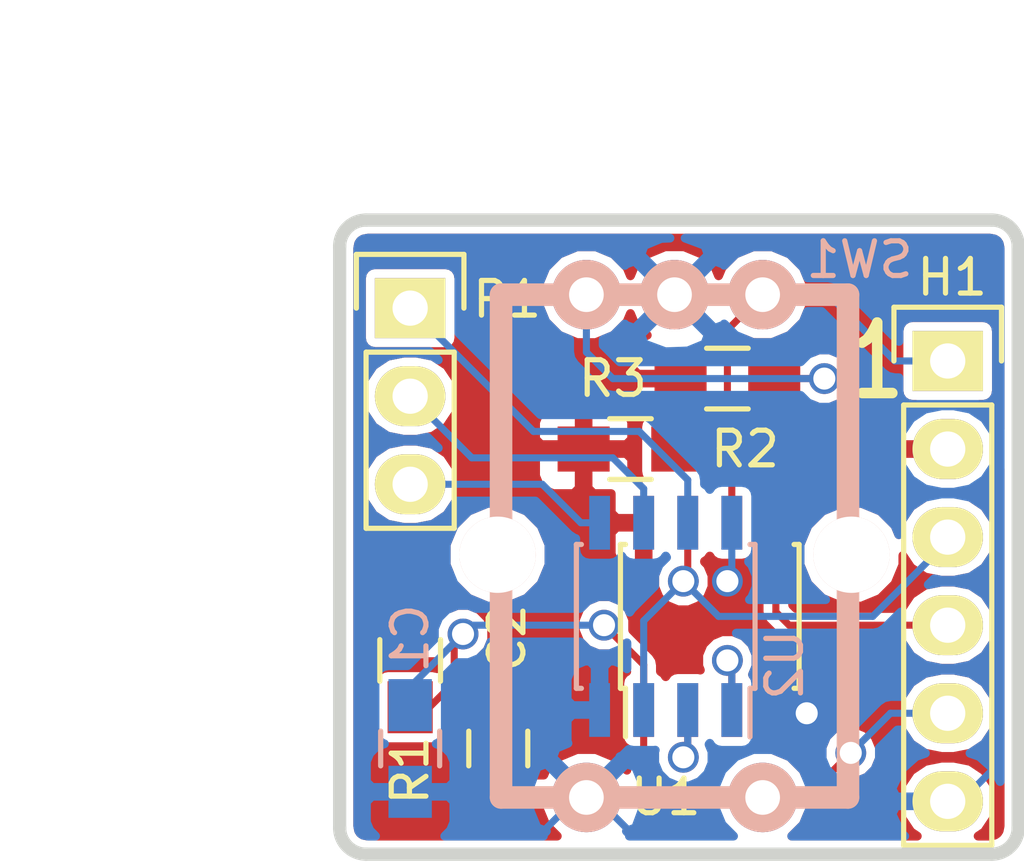
<source format=kicad_pcb>
(kicad_pcb (version 4) (host pcbnew 4.0.1-stable)

  (general
    (links 29)
    (no_connects 0)
    (area 31.713714 27.2288 63.328334 53.848428)
    (thickness 1.6002)
    (drawings 11)
    (tracks 93)
    (zones 0)
    (modules 10)
    (nets 12)
  )

  (page A)
  (title_block
    (date "28 mar 2015")
    (rev X1)
  )

  (layers
    (0 Front signal)
    (31 Back signal)
    (36 B.SilkS user hide)
    (37 F.SilkS user)
    (38 B.Mask user)
    (39 F.Mask user)
    (40 Dwgs.User user)
    (44 Edge.Cuts user)
  )

  (setup
    (last_trace_width 0.2032)
    (user_trace_width 0.254)
    (user_trace_width 0.635)
    (trace_clearance 0.254)
    (zone_clearance 0.2032)
    (zone_45_only no)
    (trace_min 0.2032)
    (segment_width 0.381)
    (edge_width 0.381)
    (via_size 0.889)
    (via_drill 0.635)
    (via_min_size 0.889)
    (via_min_drill 0.508)
    (uvia_size 0.508)
    (uvia_drill 0.127)
    (uvias_allowed no)
    (uvia_min_size 0.508)
    (uvia_min_drill 0.127)
    (pcb_text_width 0.3048)
    (pcb_text_size 1.524 2.032)
    (mod_edge_width 0.381)
    (mod_text_size 1.524 1.524)
    (mod_text_width 0.3048)
    (pad_size 6.35 6.35)
    (pad_drill 3.175)
    (pad_to_mask_clearance 0.1524)
    (aux_axis_origin 0 0)
    (visible_elements 7FFFFF7F)
    (pcbplotparams
      (layerselection 0x010f0_80000001)
      (usegerberextensions true)
      (excludeedgelayer true)
      (linewidth 0.150000)
      (plotframeref false)
      (viasonmask false)
      (mode 1)
      (useauxorigin false)
      (hpglpennumber 1)
      (hpglpenspeed 20)
      (hpglpendiameter 15)
      (hpglpenoverlay 0)
      (psnegative false)
      (psa4output false)
      (plotreference true)
      (plotvalue false)
      (plotinvisibletext false)
      (padsonsilk false)
      (subtractmaskfromsilk false)
      (outputformat 1)
      (mirror false)
      (drillshape 0)
      (scaleselection 1)
      (outputdirectory plots/))
  )

  (net 0 "")
  (net 1 /D0)
  (net 2 /D1)
  (net 3 /D2)
  (net 4 /RST*)
  (net 5 GND)
  (net 6 VCC)
  (net 7 /D3)
  (net 8 /D4)
  (net 9 "Net-(P1-Pad1)")
  (net 10 "Net-(P1-Pad2)")
  (net 11 "Net-(P1-Pad3)")

  (net_class Default "This is the default net class."
    (clearance 0.254)
    (trace_width 0.2032)
    (via_dia 0.889)
    (via_drill 0.635)
    (uvia_dia 0.508)
    (uvia_drill 0.127)
    (add_net /D0)
    (add_net /D1)
    (add_net /D2)
    (add_net /D3)
    (add_net /D4)
    (add_net /RST*)
    (add_net GND)
    (add_net "Net-(P1-Pad1)")
    (add_net "Net-(P1-Pad2)")
    (add_net "Net-(P1-Pad3)")
    (add_net VCC)
  )

  (net_class POWER ""
    (clearance 0.254)
    (trace_width 0.635)
    (via_dia 0.889)
    (via_drill 0.635)
    (uvia_dia 0.508)
    (uvia_drill 0.127)
  )

  (module Capacitors_SMD:C_0805_HandSoldering (layer Back) (tedit 56C0CF37) (tstamp 56BFE7FF)
    (at 42.672 48.26 270)
    (descr "Capacitor SMD 0805, hand soldering")
    (tags "capacitor 0805")
    (path /5030EFB9)
    (attr smd)
    (fp_text reference C1 (at -3.175 0 270) (layer B.SilkS)
      (effects (font (size 1 1) (thickness 0.15)) (justify mirror))
    )
    (fp_text value 0.1uF (at 3.188 0.046 270) (layer B.Fab) hide
      (effects (font (size 1 1) (thickness 0.15)) (justify mirror))
    )
    (fp_line (start -2.3 1) (end 2.3 1) (layer B.CrtYd) (width 0.05))
    (fp_line (start -2.3 -1) (end 2.3 -1) (layer B.CrtYd) (width 0.05))
    (fp_line (start -2.3 1) (end -2.3 -1) (layer B.CrtYd) (width 0.05))
    (fp_line (start 2.3 1) (end 2.3 -1) (layer B.CrtYd) (width 0.05))
    (fp_line (start 0.5 0.85) (end -0.5 0.85) (layer B.SilkS) (width 0.15))
    (fp_line (start -0.5 -0.85) (end 0.5 -0.85) (layer B.SilkS) (width 0.15))
    (pad 1 smd rect (at -1.25 0 270) (size 1.5 1.25) (layers Back B.Mask)
      (net 4 /RST*))
    (pad 2 smd rect (at 1.25 0 270) (size 1.5 1.25) (layers Back B.Mask)
      (net 5 GND))
    (model Capacitors_SMD.3dshapes/C_0805_HandSoldering.wrl
      (at (xyz 0 0 0))
      (scale (xyz 1 1 1))
      (rotate (xyz 0 0 0))
    )
  )

  (module Resistors_SMD:R_0805_HandSoldering (layer Front) (tedit 56C0CF0F) (tstamp 56BFE80A)
    (at 42.672 45.72 270)
    (descr "Resistor SMD 0805, hand soldering")
    (tags "resistor 0805")
    (path /5030EFB3)
    (attr smd)
    (fp_text reference R1 (at 3.175 0 270) (layer F.SilkS)
      (effects (font (size 1 1) (thickness 0.15)))
    )
    (fp_text value 10K (at 0 2.1 270) (layer F.Fab) hide
      (effects (font (size 1 1) (thickness 0.15)))
    )
    (fp_line (start -2.4 -1) (end 2.4 -1) (layer F.CrtYd) (width 0.05))
    (fp_line (start -2.4 1) (end 2.4 1) (layer F.CrtYd) (width 0.05))
    (fp_line (start -2.4 -1) (end -2.4 1) (layer F.CrtYd) (width 0.05))
    (fp_line (start 2.4 -1) (end 2.4 1) (layer F.CrtYd) (width 0.05))
    (fp_line (start 0.6 0.875) (end -0.6 0.875) (layer F.SilkS) (width 0.15))
    (fp_line (start -0.6 -0.875) (end 0.6 -0.875) (layer F.SilkS) (width 0.15))
    (pad 1 smd rect (at -1.35 0 270) (size 1.5 1.3) (layers Front F.Mask)
      (net 6 VCC))
    (pad 2 smd rect (at 1.35 0 270) (size 1.5 1.3) (layers Front F.Mask)
      (net 4 /RST*))
    (model Resistors_SMD.3dshapes/R_0805_HandSoldering.wrl
      (at (xyz 0 0 0))
      (scale (xyz 1 1 1))
      (rotate (xyz 0 0 0))
    )
  )

  (module Resistors_SMD:R_0805_HandSoldering (layer Front) (tedit 56BFD905) (tstamp 56BFE820)
    (at 49.022 39.624)
    (descr "Resistor SMD 0805, hand soldering")
    (tags "resistor 0805")
    (path /56BFD513)
    (attr smd)
    (fp_text reference R2 (at 3.302 0) (layer F.SilkS)
      (effects (font (size 1 1) (thickness 0.15)))
    )
    (fp_text value 10K (at 0 2.1) (layer F.Fab) hide
      (effects (font (size 1 1) (thickness 0.15)))
    )
    (fp_line (start -2.4 -1) (end 2.4 -1) (layer F.CrtYd) (width 0.05))
    (fp_line (start -2.4 1) (end 2.4 1) (layer F.CrtYd) (width 0.05))
    (fp_line (start -2.4 -1) (end -2.4 1) (layer F.CrtYd) (width 0.05))
    (fp_line (start 2.4 -1) (end 2.4 1) (layer F.CrtYd) (width 0.05))
    (fp_line (start 0.6 0.875) (end -0.6 0.875) (layer F.SilkS) (width 0.15))
    (fp_line (start -0.6 -0.875) (end 0.6 -0.875) (layer F.SilkS) (width 0.15))
    (pad 1 smd rect (at -1.35 0) (size 1.5 1.3) (layers Front F.Mask)
      (net 6 VCC))
    (pad 2 smd rect (at 1.35 0) (size 1.5 1.3) (layers Front F.Mask)
      (net 2 /D1))
    (model Resistors_SMD.3dshapes/R_0805_HandSoldering.wrl
      (at (xyz 0 0 0))
      (scale (xyz 1 1 1))
      (rotate (xyz 0 0 0))
    )
  )

  (module Resistors_SMD:R_0805_HandSoldering (layer Front) (tedit 56BFD932) (tstamp 56BFE82C)
    (at 51.816 37.592)
    (descr "Resistor SMD 0805, hand soldering")
    (tags "resistor 0805")
    (path /56BFD4B7)
    (attr smd)
    (fp_text reference R3 (at -3.302 0) (layer F.SilkS)
      (effects (font (size 1 1) (thickness 0.15)))
    )
    (fp_text value 10K (at 0 2.1) (layer F.Fab) hide
      (effects (font (size 1 1) (thickness 0.15)))
    )
    (fp_line (start -2.4 -1) (end 2.4 -1) (layer F.CrtYd) (width 0.05))
    (fp_line (start -2.4 1) (end 2.4 1) (layer F.CrtYd) (width 0.05))
    (fp_line (start -2.4 -1) (end -2.4 1) (layer F.CrtYd) (width 0.05))
    (fp_line (start 2.4 -1) (end 2.4 1) (layer F.CrtYd) (width 0.05))
    (fp_line (start 0.6 0.875) (end -0.6 0.875) (layer F.SilkS) (width 0.15))
    (fp_line (start -0.6 -0.875) (end 0.6 -0.875) (layer F.SilkS) (width 0.15))
    (pad 1 smd rect (at -1.35 0) (size 1.5 1.3) (layers Front F.Mask)
      (net 6 VCC))
    (pad 2 smd rect (at 1.35 0) (size 1.5 1.3) (layers Front F.Mask)
      (net 1 /D0))
    (model Resistors_SMD.3dshapes/R_0805_HandSoldering.wrl
      (at (xyz 0 0 0))
      (scale (xyz 1 1 1))
      (rotate (xyz 0 0 0))
    )
  )

  (module DougsNewMods:ROT-ENC-12MM (layer Back) (tedit 56C0CF5B) (tstamp 56BFE83B)
    (at 50.292 42.672)
    (path /56BFD041)
    (fp_text reference SW1 (at 5.334 -8.509) (layer B.SilkS)
      (effects (font (size 1 1) (thickness 0.15)) (justify mirror))
    )
    (fp_text value ROTARY-ENC (at 0 0.5) (layer B.SilkS) hide
      (effects (font (size 1 1) (thickness 0.15)) (justify mirror))
    )
    (fp_line (start -5 7) (end -5 -7.5) (layer B.SilkS) (width 0.65))
    (fp_line (start -5 -7.5) (end 5 -7.5) (layer B.SilkS) (width 0.65))
    (fp_line (start 5 -7.5) (end 5 7) (layer B.SilkS) (width 0.65))
    (fp_line (start -5 7) (end 5 7) (layer B.SilkS) (width 0.65))
    (pad A thru_hole circle (at -2.54 -7.5) (size 2 2) (drill 1) (layers *.Cu *.Mask B.SilkS)
      (net 1 /D0))
    (pad C thru_hole circle (at 0 -7.5) (size 2 2) (drill 1) (layers *.Cu *.Mask B.SilkS)
      (net 5 GND))
    (pad B thru_hole circle (at 2.54 -7.5) (size 2 2) (drill 1) (layers *.Cu *.Mask B.SilkS)
      (net 2 /D1))
    (pad S1 thru_hole circle (at 2.54 7) (size 2 2) (drill 1) (layers *.Cu *.Mask B.SilkS)
      (net 4 /RST*))
    (pad S2 thru_hole circle (at -2.54 7) (size 2 2) (drill 1) (layers *.Cu *.Mask B.SilkS)
      (net 5 GND))
    (pad "" np_thru_hole circle (at -5.1 0) (size 2.2 2.2) (drill 2.2) (layers *.Cu *.Mask B.SilkS))
    (pad "" np_thru_hole circle (at 5.1 0) (size 2.2 2.2) (drill 2.2) (layers *.Cu *.Mask B.SilkS))
  )

  (module Housings_SOIC:SOIC-8_3.9x4.9mm_Pitch1.27mm (layer Front) (tedit 56C0CE67) (tstamp 56BFE83C)
    (at 51.308 44.45 90)
    (descr "8-Lead Plastic Small Outline (SN) - Narrow, 3.90 mm Body [SOIC] (see Microchip Packaging Specification 00000049BS.pdf)")
    (tags "SOIC 1.27")
    (path /5030EBB2)
    (attr smd)
    (fp_text reference U1 (at -5.207 -1.27 180) (layer F.SilkS)
      (effects (font (size 1 1) (thickness 0.15)))
    )
    (fp_text value ATTINY85 (at 0 3.5 90) (layer F.Fab) hide
      (effects (font (size 1 1) (thickness 0.15)))
    )
    (fp_line (start -3.75 -2.75) (end -3.75 2.75) (layer F.CrtYd) (width 0.05))
    (fp_line (start 3.75 -2.75) (end 3.75 2.75) (layer F.CrtYd) (width 0.05))
    (fp_line (start -3.75 -2.75) (end 3.75 -2.75) (layer F.CrtYd) (width 0.05))
    (fp_line (start -3.75 2.75) (end 3.75 2.75) (layer F.CrtYd) (width 0.05))
    (fp_line (start -2.075 -2.575) (end -2.075 -2.43) (layer F.SilkS) (width 0.15))
    (fp_line (start 2.075 -2.575) (end 2.075 -2.43) (layer F.SilkS) (width 0.15))
    (fp_line (start 2.075 2.575) (end 2.075 2.43) (layer F.SilkS) (width 0.15))
    (fp_line (start -2.075 2.575) (end -2.075 2.43) (layer F.SilkS) (width 0.15))
    (fp_line (start -2.075 -2.575) (end 2.075 -2.575) (layer F.SilkS) (width 0.15))
    (fp_line (start -2.075 2.575) (end 2.075 2.575) (layer F.SilkS) (width 0.15))
    (fp_line (start -2.075 -2.43) (end -3.475 -2.43) (layer F.SilkS) (width 0.15))
    (pad 1 smd rect (at -2.7 -1.905 90) (size 1.55 0.6) (layers Front F.Mask)
      (net 4 /RST*))
    (pad 2 smd rect (at -2.7 -0.635 90) (size 1.55 0.6) (layers Front F.Mask)
      (net 7 /D3))
    (pad 3 smd rect (at -2.7 0.635 90) (size 1.55 0.6) (layers Front F.Mask)
      (net 8 /D4))
    (pad 4 smd rect (at -2.7 1.905 90) (size 1.55 0.6) (layers Front F.Mask)
      (net 5 GND))
    (pad 5 smd rect (at 2.7 1.905 90) (size 1.55 0.6) (layers Front F.Mask)
      (net 1 /D0))
    (pad 6 smd rect (at 2.7 0.635 90) (size 1.55 0.6) (layers Front F.Mask)
      (net 2 /D1))
    (pad 7 smd rect (at 2.7 -0.635 90) (size 1.55 0.6) (layers Front F.Mask)
      (net 3 /D2))
    (pad 8 smd rect (at 2.7 -1.905 90) (size 1.55 0.6) (layers Front F.Mask)
      (net 6 VCC))
    (model Housings_SOIC.3dshapes/SOIC-8_3.9x4.9mm_Pitch1.27mm.wrl
      (at (xyz 0 0 0))
      (scale (xyz 1 1 1))
      (rotate (xyz 0 0 0))
    )
  )

  (module Capacitors_SMD:C_0805_HandSoldering (layer Front) (tedit 56C0CE78) (tstamp 56BFF193)
    (at 45.212 48.26 270)
    (descr "Capacitor SMD 0805, hand soldering")
    (tags "capacitor 0805")
    (path /56BFE626)
    (attr smd)
    (fp_text reference C2 (at -3.175 -0.254 270) (layer F.SilkS)
      (effects (font (size 1 1) (thickness 0.15)))
    )
    (fp_text value 0.1uF (at 0 2.1 270) (layer F.Fab) hide
      (effects (font (size 1 1) (thickness 0.15)))
    )
    (fp_line (start -2.3 -1) (end 2.3 -1) (layer F.CrtYd) (width 0.05))
    (fp_line (start -2.3 1) (end 2.3 1) (layer F.CrtYd) (width 0.05))
    (fp_line (start -2.3 -1) (end -2.3 1) (layer F.CrtYd) (width 0.05))
    (fp_line (start 2.3 -1) (end 2.3 1) (layer F.CrtYd) (width 0.05))
    (fp_line (start 0.5 -0.85) (end -0.5 -0.85) (layer F.SilkS) (width 0.15))
    (fp_line (start -0.5 0.85) (end 0.5 0.85) (layer F.SilkS) (width 0.15))
    (pad 1 smd rect (at -1.25 0 270) (size 1.5 1.25) (layers Front F.Mask)
      (net 6 VCC))
    (pad 2 smd rect (at 1.25 0 270) (size 1.5 1.25) (layers Front F.Mask)
      (net 5 GND))
    (model Capacitors_SMD.3dshapes/C_0805_HandSoldering.wrl
      (at (xyz 0 0 0))
      (scale (xyz 1 1 1))
      (rotate (xyz 0 0 0))
    )
  )

  (module Pin_Headers:Pin_Header_Straight_1x06 (layer Front) (tedit 56C0CD76) (tstamp 56C0BD48)
    (at 58.166 37.084)
    (descr "Through hole pin header")
    (tags "pin header")
    (path /56C0C4CA)
    (fp_text reference H1 (at 0.127 -2.413) (layer F.SilkS)
      (effects (font (size 1 1) (thickness 0.15)))
    )
    (fp_text value CONN_02X03 (at 0 -3.1) (layer F.Fab) hide
      (effects (font (size 1 1) (thickness 0.15)))
    )
    (fp_line (start -1.75 -1.75) (end -1.75 14.45) (layer F.CrtYd) (width 0.05))
    (fp_line (start 1.75 -1.75) (end 1.75 14.45) (layer F.CrtYd) (width 0.05))
    (fp_line (start -1.75 -1.75) (end 1.75 -1.75) (layer F.CrtYd) (width 0.05))
    (fp_line (start -1.75 14.45) (end 1.75 14.45) (layer F.CrtYd) (width 0.05))
    (fp_line (start 1.27 1.27) (end 1.27 13.97) (layer F.SilkS) (width 0.15))
    (fp_line (start 1.27 13.97) (end -1.27 13.97) (layer F.SilkS) (width 0.15))
    (fp_line (start -1.27 13.97) (end -1.27 1.27) (layer F.SilkS) (width 0.15))
    (fp_line (start 1.55 -1.55) (end 1.55 0) (layer F.SilkS) (width 0.15))
    (fp_line (start 1.27 1.27) (end -1.27 1.27) (layer F.SilkS) (width 0.15))
    (fp_line (start -1.55 0) (end -1.55 -1.55) (layer F.SilkS) (width 0.15))
    (fp_line (start -1.55 -1.55) (end 1.55 -1.55) (layer F.SilkS) (width 0.15))
    (pad 1 thru_hole rect (at 0 0) (size 2.032 1.7272) (drill 1.016) (layers *.Cu *.Mask F.SilkS)
      (net 2 /D1))
    (pad 2 thru_hole oval (at 0 2.54) (size 2.032 1.7272) (drill 1.016) (layers *.Cu *.Mask F.SilkS)
      (net 6 VCC))
    (pad 3 thru_hole oval (at 0 5.08) (size 2.032 1.7272) (drill 1.016) (layers *.Cu *.Mask F.SilkS)
      (net 3 /D2))
    (pad 4 thru_hole oval (at 0 7.62) (size 2.032 1.7272) (drill 1.016) (layers *.Cu *.Mask F.SilkS)
      (net 1 /D0))
    (pad 5 thru_hole oval (at 0 10.16) (size 2.032 1.7272) (drill 1.016) (layers *.Cu *.Mask F.SilkS)
      (net 4 /RST*))
    (pad 6 thru_hole oval (at 0 12.7) (size 2.032 1.7272) (drill 1.016) (layers *.Cu *.Mask F.SilkS)
      (net 5 GND))
    (model Pin_Headers.3dshapes/Pin_Header_Straight_1x06.wrl
      (at (xyz 0 -0.25 0))
      (scale (xyz 1 1 1))
      (rotate (xyz 0 0 90))
    )
  )

  (module Pin_Headers:Pin_Header_Straight_1x03 (layer Front) (tedit 56C0CBDB) (tstamp 56C0BD6D)
    (at 42.672 35.56)
    (descr "Through hole pin header")
    (tags "pin header")
    (path /56C0C6C9)
    (fp_text reference P1 (at 2.794 -0.254) (layer F.SilkS)
      (effects (font (size 1 1) (thickness 0.15)))
    )
    (fp_text value CONN_01X03 (at 0 -3.1) (layer F.Fab) hide
      (effects (font (size 1 1) (thickness 0.15)))
    )
    (fp_line (start -1.75 -1.75) (end -1.75 6.85) (layer F.CrtYd) (width 0.05))
    (fp_line (start 1.75 -1.75) (end 1.75 6.85) (layer F.CrtYd) (width 0.05))
    (fp_line (start -1.75 -1.75) (end 1.75 -1.75) (layer F.CrtYd) (width 0.05))
    (fp_line (start -1.75 6.85) (end 1.75 6.85) (layer F.CrtYd) (width 0.05))
    (fp_line (start -1.27 1.27) (end -1.27 6.35) (layer F.SilkS) (width 0.15))
    (fp_line (start -1.27 6.35) (end 1.27 6.35) (layer F.SilkS) (width 0.15))
    (fp_line (start 1.27 6.35) (end 1.27 1.27) (layer F.SilkS) (width 0.15))
    (fp_line (start 1.55 -1.55) (end 1.55 0) (layer F.SilkS) (width 0.15))
    (fp_line (start 1.27 1.27) (end -1.27 1.27) (layer F.SilkS) (width 0.15))
    (fp_line (start -1.55 0) (end -1.55 -1.55) (layer F.SilkS) (width 0.15))
    (fp_line (start -1.55 -1.55) (end 1.55 -1.55) (layer F.SilkS) (width 0.15))
    (pad 1 thru_hole rect (at 0 0) (size 2.032 1.7272) (drill 1.016) (layers *.Cu *.Mask F.SilkS)
      (net 9 "Net-(P1-Pad1)"))
    (pad 2 thru_hole oval (at 0 2.54) (size 2.032 1.7272) (drill 1.016) (layers *.Cu *.Mask F.SilkS)
      (net 10 "Net-(P1-Pad2)"))
    (pad 3 thru_hole oval (at 0 5.08) (size 2.032 1.7272) (drill 1.016) (layers *.Cu *.Mask F.SilkS)
      (net 11 "Net-(P1-Pad3)"))
    (model Pin_Headers.3dshapes/Pin_Header_Straight_1x03.wrl
      (at (xyz 0 -0.1 0))
      (scale (xyz 1 1 1))
      (rotate (xyz 0 0 90))
    )
  )

  (module Housings_SOIC:SOIC-8_3.9x4.9mm_Pitch1.27mm (layer Back) (tedit 56C0CF4A) (tstamp 56C0BD84)
    (at 50.038 44.45 90)
    (descr "8-Lead Plastic Small Outline (SN) - Narrow, 3.90 mm Body [SOIC] (see Microchip Packaging Specification 00000049BS.pdf)")
    (tags "SOIC 1.27")
    (path /56C0BC2A)
    (attr smd)
    (fp_text reference U2 (at -1.397 3.429 90) (layer B.SilkS)
      (effects (font (size 1 1) (thickness 0.15)) (justify mirror))
    )
    (fp_text value MCP41X1 (at 0 -3.5 90) (layer B.Fab) hide
      (effects (font (size 1 1) (thickness 0.15)) (justify mirror))
    )
    (fp_line (start -3.75 2.75) (end -3.75 -2.75) (layer B.CrtYd) (width 0.05))
    (fp_line (start 3.75 2.75) (end 3.75 -2.75) (layer B.CrtYd) (width 0.05))
    (fp_line (start -3.75 2.75) (end 3.75 2.75) (layer B.CrtYd) (width 0.05))
    (fp_line (start -3.75 -2.75) (end 3.75 -2.75) (layer B.CrtYd) (width 0.05))
    (fp_line (start -2.075 2.575) (end -2.075 2.43) (layer B.SilkS) (width 0.15))
    (fp_line (start 2.075 2.575) (end 2.075 2.43) (layer B.SilkS) (width 0.15))
    (fp_line (start 2.075 -2.575) (end 2.075 -2.43) (layer B.SilkS) (width 0.15))
    (fp_line (start -2.075 -2.575) (end -2.075 -2.43) (layer B.SilkS) (width 0.15))
    (fp_line (start -2.075 2.575) (end 2.075 2.575) (layer B.SilkS) (width 0.15))
    (fp_line (start -2.075 -2.575) (end 2.075 -2.575) (layer B.SilkS) (width 0.15))
    (fp_line (start -2.075 2.43) (end -3.475 2.43) (layer B.SilkS) (width 0.15))
    (pad 1 smd rect (at -2.7 1.905 90) (size 1.55 0.6) (layers Back B.Mask)
      (net 8 /D4))
    (pad 2 smd rect (at -2.7 0.635 90) (size 1.55 0.6) (layers Back B.Mask)
      (net 7 /D3))
    (pad 3 smd rect (at -2.7 -0.635 90) (size 1.55 0.6) (layers Back B.Mask)
      (net 3 /D2))
    (pad 4 smd rect (at -2.7 -1.905 90) (size 1.55 0.6) (layers Back B.Mask)
      (net 5 GND))
    (pad 5 smd rect (at 2.7 -1.905 90) (size 1.55 0.6) (layers Back B.Mask)
      (net 11 "Net-(P1-Pad3)"))
    (pad 6 smd rect (at 2.7 -0.635 90) (size 1.55 0.6) (layers Back B.Mask)
      (net 10 "Net-(P1-Pad2)"))
    (pad 7 smd rect (at 2.7 0.635 90) (size 1.55 0.6) (layers Back B.Mask)
      (net 9 "Net-(P1-Pad1)"))
    (pad 8 smd rect (at 2.7 1.905 90) (size 1.55 0.6) (layers Back B.Mask)
      (net 6 VCC))
    (model Housings_SOIC.3dshapes/SOIC-8_3.9x4.9mm_Pitch1.27mm.wrl
      (at (xyz 0 0 0))
      (scale (xyz 1 1 1))
      (rotate (xyz 0 0 0))
    )
  )

  (gr_line (start 40.64 50.546) (end 40.64 33.782) (angle 90) (layer Edge.Cuts) (width 0.381))
  (gr_line (start 59.436 51.308) (end 41.402 51.308) (angle 90) (layer Edge.Cuts) (width 0.381))
  (gr_line (start 60.198 33.782) (end 60.198 50.546) (angle 90) (layer Edge.Cuts) (width 0.381))
  (gr_line (start 41.402 33.02) (end 59.436 33.02) (angle 90) (layer Edge.Cuts) (width 0.381))
  (gr_arc (start 59.436 50.546) (end 60.198 50.546) (angle 90) (layer Edge.Cuts) (width 0.381))
  (gr_arc (start 41.402 50.546) (end 41.402 51.308) (angle 90) (layer Edge.Cuts) (width 0.381))
  (gr_arc (start 59.436 33.782) (end 59.436 33.02) (angle 90) (layer Edge.Cuts) (width 0.381))
  (gr_arc (start 41.402 33.782) (end 40.64 33.782) (angle 90) (layer Edge.Cuts) (width 0.381))
  (dimension 19.558 (width 0.3048) (layer Dwgs.User)
    (gr_text "0.7700 in" (at 50.419 29.1084) (layer Dwgs.User)
      (effects (font (size 2.032 1.524) (thickness 0.3048)))
    )
    (feature1 (pts (xy 60.198 33.02) (xy 60.198 27.4828)))
    (feature2 (pts (xy 40.64 33.02) (xy 40.64 27.4828)))
    (crossbar (pts (xy 40.64 30.734) (xy 60.198 30.734)))
    (arrow1a (pts (xy 60.198 30.734) (xy 59.071496 31.320421)))
    (arrow1b (pts (xy 60.198 30.734) (xy 59.071496 30.147579)))
    (arrow2a (pts (xy 40.64 30.734) (xy 41.766504 31.320421)))
    (arrow2b (pts (xy 40.64 30.734) (xy 41.766504 30.147579)))
  )
  (dimension 18.288 (width 0.3048) (layer Dwgs.User)
    (gr_text "0.7200 in" (at 37.4904 42.164 270) (layer Dwgs.User)
      (effects (font (size 2.032 1.524) (thickness 0.3048)))
    )
    (feature1 (pts (xy 40.64 51.308) (xy 35.8648 51.308)))
    (feature2 (pts (xy 40.64 33.02) (xy 35.8648 33.02)))
    (crossbar (pts (xy 39.116 33.02) (xy 39.116 51.308)))
    (arrow1a (pts (xy 39.116 51.308) (xy 38.529579 50.181496)))
    (arrow1b (pts (xy 39.116 51.308) (xy 39.702421 50.181496)))
    (arrow2a (pts (xy 39.116 33.02) (xy 38.529579 34.146504)))
    (arrow2b (pts (xy 39.116 33.02) (xy 39.702421 34.146504)))
  )
  (gr_text 1 (at 56.134 37.084) (layer F.SilkS)
    (effects (font (size 2.032 1.524) (thickness 0.3048)))
  )

  (segment (start 54.61 37.592) (end 48.514 37.592) (width 0.2032) (layer Back) (net 1))
  (segment (start 47.752 36.83) (end 47.752 35.172) (width 0.2032) (layer Back) (net 1) (tstamp 56C0C9B7) (status 20))
  (segment (start 48.514 37.592) (end 47.752 36.83) (width 0.2032) (layer Back) (net 1) (tstamp 56C0C9B5))
  (segment (start 53.213 41.75) (end 53.213 44.323) (width 0.2032) (layer Front) (net 1) (status 10))
  (segment (start 53.594 44.704) (end 57.404 44.704) (width 0.2032) (layer Front) (net 1) (tstamp 56C0C94E) (status 20))
  (segment (start 53.213 44.323) (end 53.594 44.704) (width 0.2032) (layer Front) (net 1) (tstamp 56C0C94C))
  (segment (start 57.404 44.704) (end 58.166 44.704) (width 0.2032) (layer Front) (net 1) (tstamp 56C0C950) (status 30))
  (segment (start 53.213 41.75) (end 53.213 37.639) (width 0.2032) (layer Front) (net 1) (status 30))
  (segment (start 53.213 37.639) (end 53.166 37.592) (width 0.2032) (layer Front) (net 1) (tstamp 56C0C8E3) (status 30))
  (segment (start 57.658 45.212) (end 58.166 44.704) (width 0.2032) (layer Front) (net 1) (tstamp 56C0BFE3) (status 30))
  (segment (start 47.752 35.172) (end 47.752 35.814) (width 0.2032) (layer Back) (net 1) (status 30))
  (via (at 54.61 37.592) (size 0.889) (drill 0.635) (layers Front Back) (net 1))
  (segment (start 54.61 37.592) (end 53.166 37.592) (width 0.2032) (layer Front) (net 1) (tstamp 56C0BFD2) (status 20))
  (segment (start 52.832 35.172) (end 54.73 35.172) (width 0.2032) (layer Back) (net 2))
  (segment (start 56.642 37.084) (end 58.166 37.084) (width 0.2032) (layer Back) (net 2) (tstamp 56C0D003))
  (segment (start 54.73 35.172) (end 56.642 37.084) (width 0.2032) (layer Back) (net 2) (tstamp 56C0D001))
  (segment (start 51.816 36.188) (end 51.816 39.37) (width 0.2032) (layer Front) (net 2))
  (segment (start 51.816 39.37) (end 51.562 39.624) (width 0.2032) (layer Front) (net 2) (tstamp 56C0C8D2))
  (segment (start 51.943 41.75) (end 51.943 40.005) (width 0.2032) (layer Front) (net 2) (status 10))
  (segment (start 51.562 39.624) (end 50.372 39.624) (width 0.2032) (layer Front) (net 2) (tstamp 56C0C8CC) (status 20))
  (segment (start 51.943 40.005) (end 51.562 39.624) (width 0.2032) (layer Front) (net 2) (tstamp 56C0C8CB))
  (segment (start 51.816 36.188) (end 52.832 35.172) (width 0.2032) (layer Front) (net 2) (tstamp 56C0BFB2) (status 20))
  (segment (start 56.007 44.45) (end 58.166 42.291) (width 0.2032) (layer Back) (net 3) (tstamp 56C0CD9A) (status 20))
  (segment (start 58.166 42.291) (end 58.166 42.164) (width 0.2032) (layer Back) (net 3) (tstamp 56C0CD9C) (status 30))
  (segment (start 49.403 47.15) (end 49.403 44.577) (width 0.2032) (layer Back) (net 3) (status 10))
  (segment (start 49.403 44.577) (end 50.546 43.434) (width 0.2032) (layer Back) (net 3) (tstamp 56C0C846))
  (segment (start 56.007 44.45) (end 51.562 44.45) (width 0.2032) (layer Back) (net 3))
  (segment (start 51.562 44.45) (end 50.546 43.434) (width 0.2032) (layer Back) (net 3) (tstamp 56C0C837))
  (segment (start 50.673 41.75) (end 50.673 43.307) (width 0.2032) (layer Front) (net 3) (status 10))
  (via (at 50.546 43.434) (size 0.889) (drill 0.635) (layers Front Back) (net 3))
  (segment (start 50.673 43.307) (end 50.546 43.434) (width 0.2032) (layer Front) (net 3) (tstamp 56C0C822))
  (segment (start 58.166 42.164) (end 57.404 42.164) (width 0.2032) (layer Back) (net 3) (status 30))
  (segment (start 42.672 47.01) (end 42.672 46.482) (width 0.2032) (layer Back) (net 4))
  (segment (start 42.672 46.482) (end 44.196 44.958) (width 0.2032) (layer Back) (net 4) (tstamp 56C0CEFD))
  (segment (start 42.672 47.07) (end 43.227 47.07) (width 0.2032) (layer Front) (net 4))
  (segment (start 43.227 47.07) (end 43.942 46.355) (width 0.2032) (layer Front) (net 4) (tstamp 56C0CEE6))
  (segment (start 43.942 45.212) (end 44.196 44.958) (width 0.2032) (layer Front) (net 4) (tstamp 56C0CEEE))
  (segment (start 43.942 46.355) (end 43.942 45.212) (width 0.2032) (layer Front) (net 4) (tstamp 56C0CEE8))
  (segment (start 52.832 49.672) (end 54.087 49.672) (width 0.2032) (layer Front) (net 4) (status 10))
  (segment (start 56.515 47.244) (end 58.166 47.244) (width 0.2032) (layer Back) (net 4) (tstamp 56C0CDBF) (status 20))
  (segment (start 55.372 48.387) (end 56.515 47.244) (width 0.2032) (layer Back) (net 4) (tstamp 56C0CDBE))
  (via (at 55.372 48.387) (size 0.889) (drill 0.635) (layers Front Back) (net 4))
  (segment (start 54.087 49.672) (end 55.372 48.387) (width 0.2032) (layer Front) (net 4) (tstamp 56C0CDB4))
  (segment (start 44.196 44.958) (end 44.45 44.704) (width 0.2032) (layer Back) (net 4) (tstamp 56C0CB15))
  (via (at 44.196 44.958) (size 0.889) (drill 0.635) (layers Front Back) (net 4))
  (segment (start 44.45 44.704) (end 48.26 44.704) (width 0.2032) (layer Back) (net 4) (tstamp 56C0CB16))
  (via (at 48.26 44.704) (size 0.889) (drill 0.635) (layers Front Back) (net 4))
  (segment (start 48.26 44.704) (end 49.403 45.847) (width 0.2032) (layer Front) (net 4) (tstamp 56C0CB18))
  (segment (start 49.403 45.847) (end 49.403 47.15) (width 0.2032) (layer Front) (net 4) (tstamp 56C0CB19) (status 20))
  (segment (start 49.403 47.15) (end 49.403 48.895) (width 0.2032) (layer Front) (net 4) (status 10))
  (segment (start 49.403 48.895) (end 50.18 49.672) (width 0.2032) (layer Front) (net 4) (tstamp 56C0C803))
  (segment (start 50.18 49.672) (end 52.832 49.672) (width 0.2032) (layer Front) (net 4) (tstamp 56C0C808) (status 20))
  (segment (start 50.292 35.172) (end 50.299 35.172) (width 0.2032) (layer Back) (net 5) (status 30))
  (segment (start 47.752 49.672) (end 47.483 49.672) (width 0.2032) (layer Back) (net 5) (status 30))
  (segment (start 47.483 49.672) (end 46.482 50.673) (width 0.2032) (layer Back) (net 5) (tstamp 56C0CE07) (status 10))
  (segment (start 47.752 49.672) (end 48.021 49.672) (width 0.2032) (layer Back) (net 5) (status 30))
  (segment (start 48.021 49.672) (end 49.022 50.673) (width 0.2032) (layer Back) (net 5) (tstamp 56C0CE02) (status 10))
  (segment (start 58.166 49.784) (end 58.547 49.784) (width 0.2032) (layer Back) (net 5) (status 30))
  (segment (start 58.547 49.784) (end 59.563 48.768) (width 0.2032) (layer Back) (net 5) (tstamp 56C0CDE9) (status 10))
  (segment (start 53.213 47.15) (end 54.008 47.15) (width 0.2032) (layer Front) (net 5) (status 10))
  (via (at 54.102 47.244) (size 0.889) (drill 0.635) (layers Front Back) (net 5))
  (segment (start 54.008 47.15) (end 54.102 47.244) (width 0.2032) (layer Front) (net 5) (tstamp 56C0CB72))
  (segment (start 47.59 49.51) (end 47.752 49.672) (width 0.2032) (layer Front) (net 5) (tstamp 56C0C7F8) (status 30))
  (segment (start 45.212 49.51) (end 47.59 49.51) (width 0.2032) (layer Front) (net 5) (status 30))
  (segment (start 44.704 50.018) (end 45.212 49.51) (width 0.2032) (layer Front) (net 5) (tstamp 56C0C7CA) (status 30))
  (segment (start 53.213 47.15) (end 53.213 47.625) (width 0.2032) (layer Front) (net 5) (status 30))
  (segment (start 45.212 49.51) (end 45.486 49.51) (width 0.2032) (layer Front) (net 5) (status 30))
  (segment (start 51.943 41.75) (end 51.943 43.307) (width 0.2032) (layer Back) (net 6) (status 10))
  (via (at 51.816 43.434) (size 0.889) (drill 0.635) (layers Front Back) (net 6))
  (segment (start 51.943 43.307) (end 51.816 43.434) (width 0.2032) (layer Back) (net 6) (tstamp 56C0C36C))
  (segment (start 50.673 47.15) (end 50.673 48.387) (width 0.2032) (layer Front) (net 7) (status 10))
  (segment (start 50.673 48.387) (end 50.546 48.514) (width 0.2032) (layer Front) (net 7) (tstamp 56C0C532))
  (via (at 50.546 48.514) (size 0.889) (drill 0.635) (layers Front Back) (net 7))
  (segment (start 50.546 48.514) (end 50.673 48.387) (width 0.2032) (layer Back) (net 7) (tstamp 56C0C539))
  (segment (start 50.673 48.387) (end 50.673 47.15) (width 0.2032) (layer Back) (net 7) (tstamp 56C0C53A) (status 20))
  (segment (start 51.943 47.15) (end 51.943 45.847) (width 0.2032) (layer Front) (net 8) (status 10))
  (segment (start 51.943 45.847) (end 51.816 45.72) (width 0.2032) (layer Front) (net 8) (tstamp 56C0CC5E))
  (via (at 51.816 45.72) (size 0.889) (drill 0.635) (layers Front Back) (net 8))
  (segment (start 51.816 45.72) (end 51.943 45.847) (width 0.2032) (layer Back) (net 8) (tstamp 56C0CC66))
  (segment (start 51.943 45.847) (end 51.943 47.15) (width 0.2032) (layer Back) (net 8) (tstamp 56C0CC67) (status 20))
  (segment (start 50.673 41.75) (end 50.673 40.513) (width 0.2032) (layer Back) (net 9) (status 10))
  (segment (start 46.228 39.116) (end 42.672 35.56) (width 0.2032) (layer Back) (net 9) (tstamp 56C0C329) (status 20))
  (segment (start 49.276 39.116) (end 46.228 39.116) (width 0.2032) (layer Back) (net 9) (tstamp 56C0C327))
  (segment (start 50.673 40.513) (end 49.276 39.116) (width 0.2032) (layer Back) (net 9) (tstamp 56C0C325))
  (segment (start 50.673 41.75) (end 50.673 41.021) (width 0.2032) (layer Back) (net 9) (status 30))
  (segment (start 49.403 41.75) (end 49.403 40.767) (width 0.2032) (layer Back) (net 10) (status 10))
  (segment (start 44.45 39.878) (end 42.672 38.1) (width 0.2032) (layer Back) (net 10) (tstamp 56C0C31F) (status 20))
  (segment (start 48.514 39.878) (end 44.45 39.878) (width 0.2032) (layer Back) (net 10) (tstamp 56C0C31C))
  (segment (start 49.403 40.767) (end 48.514 39.878) (width 0.2032) (layer Back) (net 10) (tstamp 56C0C31B))
  (segment (start 49.403 41.75) (end 49.403 41.275) (width 0.2032) (layer Back) (net 10) (status 30))
  (segment (start 48.133 41.75) (end 47.592 41.75) (width 0.2032) (layer Back) (net 11) (status 10))
  (segment (start 46.482 40.64) (end 42.672 40.64) (width 0.2032) (layer Back) (net 11) (tstamp 56C0C096) (status 20))
  (segment (start 47.592 41.75) (end 46.482 40.64) (width 0.2032) (layer Back) (net 11) (tstamp 56C0C095))

  (zone (net 6) (net_name VCC) (layer Front) (tstamp 56BFEA91) (hatch edge 0.508)
    (connect_pads (clearance 0.2032))
    (min_thickness 0.254)
    (fill yes (arc_segments 16) (thermal_gap 0.508) (thermal_bridge_width 0.508))
    (polygon
      (pts
        (xy 40.64 33.02) (xy 60.198 33.02) (xy 60.198 51.308) (xy 40.64 51.308)
      )
    )
    (filled_polygon
      (pts
        (xy 59.524437 33.568493) (xy 59.599411 33.618589) (xy 59.649507 33.693563) (xy 59.6773 33.833286) (xy 59.6773 39.055296)
        (xy 59.516732 38.721964) (xy 59.084817 38.336064) (xy 59.182 38.336064) (xy 59.32319 38.309497) (xy 59.452865 38.226054)
        (xy 59.539859 38.098734) (xy 59.570464 37.9476) (xy 59.570464 36.2204) (xy 59.543897 36.07921) (xy 59.460454 35.949535)
        (xy 59.333134 35.862541) (xy 59.182 35.831936) (xy 57.15 35.831936) (xy 57.00881 35.858503) (xy 56.879135 35.941946)
        (xy 56.792141 36.069266) (xy 56.761536 36.2204) (xy 56.761536 37.9476) (xy 56.788103 38.08879) (xy 56.871546 38.218465)
        (xy 56.998866 38.305459) (xy 57.15 38.336064) (xy 57.247183 38.336064) (xy 56.815268 38.721964) (xy 56.561291 39.249209)
        (xy 56.558642 39.264974) (xy 56.679783 39.497) (xy 58.039 39.497) (xy 58.039 39.477) (xy 58.293 39.477)
        (xy 58.293 39.497) (xy 58.313 39.497) (xy 58.313 39.751) (xy 58.293 39.751) (xy 58.293 39.771)
        (xy 58.039 39.771) (xy 58.039 39.751) (xy 56.679783 39.751) (xy 56.558642 39.983026) (xy 56.561291 39.998791)
        (xy 56.815268 40.526036) (xy 57.25168 40.915954) (xy 57.524243 41.011296) (xy 57.509943 41.01414) (xy 57.106166 41.283935)
        (xy 56.836371 41.687712) (xy 56.755576 42.093894) (xy 56.648263 41.834177) (xy 56.232015 41.417201) (xy 55.687882 41.191257)
        (xy 55.098703 41.190743) (xy 54.554177 41.415737) (xy 54.137201 41.831985) (xy 53.911257 42.376118) (xy 53.910743 42.965297)
        (xy 54.135737 43.509823) (xy 54.551985 43.926799) (xy 55.096118 44.152743) (xy 55.685297 44.153257) (xy 56.229823 43.928263)
        (xy 56.646799 43.512015) (xy 56.872743 42.967882) (xy 56.872981 42.695079) (xy 57.106166 43.044065) (xy 57.509943 43.31386)
        (xy 57.986231 43.4086) (xy 58.345769 43.4086) (xy 58.822057 43.31386) (xy 59.225834 43.044065) (xy 59.495629 42.640288)
        (xy 59.590369 42.164) (xy 59.495629 41.687712) (xy 59.225834 41.283935) (xy 58.822057 41.01414) (xy 58.807757 41.011296)
        (xy 59.08032 40.915954) (xy 59.516732 40.526036) (xy 59.6773 40.192704) (xy 59.6773 50.494714) (xy 59.649507 50.634437)
        (xy 59.599411 50.709411) (xy 59.524437 50.759507) (xy 59.384714 50.7873) (xy 59.0414 50.7873) (xy 59.225834 50.664065)
        (xy 59.495629 50.260288) (xy 59.590369 49.784) (xy 59.495629 49.307712) (xy 59.225834 48.903935) (xy 58.822057 48.63414)
        (xy 58.345769 48.5394) (xy 57.986231 48.5394) (xy 57.509943 48.63414) (xy 57.106166 48.903935) (xy 56.836371 49.307712)
        (xy 56.741631 49.784) (xy 56.836371 50.260288) (xy 57.106166 50.664065) (xy 57.2906 50.7873) (xy 53.669486 50.7873)
        (xy 54.002072 50.455295) (xy 54.130526 50.145942) (xy 54.271683 50.117864) (xy 54.42825 50.01325) (xy 55.229123 49.212376)
        (xy 55.535482 49.212643) (xy 55.838998 49.087233) (xy 56.071417 48.855219) (xy 56.197357 48.551923) (xy 56.197643 48.223518)
        (xy 56.072233 47.920002) (xy 55.840219 47.687583) (xy 55.536923 47.561643) (xy 55.208518 47.561357) (xy 54.905002 47.686767)
        (xy 54.672583 47.918781) (xy 54.546643 48.222077) (xy 54.546375 48.530126) (xy 54.056742 49.019758) (xy 54.003437 48.890749)
        (xy 53.615295 48.501928) (xy 53.161422 48.313464) (xy 53.513 48.313464) (xy 53.65419 48.286897) (xy 53.783865 48.203454)
        (xy 53.870859 48.076134) (xy 53.877261 48.044519) (xy 53.937077 48.069357) (xy 54.265482 48.069643) (xy 54.568998 47.944233)
        (xy 54.801417 47.712219) (xy 54.927357 47.408923) (xy 54.9275 47.244) (xy 56.741631 47.244) (xy 56.836371 47.720288)
        (xy 57.106166 48.124065) (xy 57.509943 48.39386) (xy 57.986231 48.4886) (xy 58.345769 48.4886) (xy 58.822057 48.39386)
        (xy 59.225834 48.124065) (xy 59.495629 47.720288) (xy 59.590369 47.244) (xy 59.495629 46.767712) (xy 59.225834 46.363935)
        (xy 58.822057 46.09414) (xy 58.345769 45.9994) (xy 57.986231 45.9994) (xy 57.509943 46.09414) (xy 57.106166 46.363935)
        (xy 56.836371 46.767712) (xy 56.741631 47.244) (xy 54.9275 47.244) (xy 54.927643 47.080518) (xy 54.802233 46.777002)
        (xy 54.570219 46.544583) (xy 54.266923 46.418643) (xy 53.938518 46.418357) (xy 53.901464 46.433667) (xy 53.901464 46.375)
        (xy 53.874897 46.23381) (xy 53.791454 46.104135) (xy 53.664134 46.017141) (xy 53.513 45.986536) (xy 52.913 45.986536)
        (xy 52.77181 46.013103) (xy 52.642135 46.096546) (xy 52.57747 46.191187) (xy 52.539006 46.131411) (xy 52.641357 45.884923)
        (xy 52.641643 45.556518) (xy 52.516233 45.253002) (xy 52.284219 45.020583) (xy 51.980923 44.894643) (xy 51.652518 44.894357)
        (xy 51.349002 45.019767) (xy 51.116583 45.251781) (xy 50.990643 45.555077) (xy 50.990357 45.883482) (xy 51.038411 45.999782)
        (xy 50.973 45.986536) (xy 50.373 45.986536) (xy 50.23181 46.013103) (xy 50.102135 46.096546) (xy 50.03747 46.191187)
        (xy 49.981454 46.104135) (xy 49.8856 46.038641) (xy 49.8856 45.847) (xy 49.848864 45.662317) (xy 49.74425 45.50575)
        (xy 49.085376 44.846876) (xy 49.085643 44.540518) (xy 48.960233 44.237002) (xy 48.728219 44.004583) (xy 48.424923 43.878643)
        (xy 48.096518 43.878357) (xy 47.793002 44.003767) (xy 47.560583 44.235781) (xy 47.434643 44.539077) (xy 47.434357 44.867482)
        (xy 47.559767 45.170998) (xy 47.791781 45.403417) (xy 48.095077 45.529357) (xy 48.403125 45.529625) (xy 48.916049 46.042549)
        (xy 48.832135 46.096546) (xy 48.745141 46.223866) (xy 48.714536 46.375) (xy 48.714536 47.925) (xy 48.741103 48.06619)
        (xy 48.824546 48.195865) (xy 48.9204 48.261359) (xy 48.9204 48.887707) (xy 48.535295 48.501928) (xy 48.027903 48.291241)
        (xy 47.478507 48.290761) (xy 46.970749 48.500563) (xy 46.581928 48.888705) (xy 46.524337 49.0274) (xy 46.225464 49.0274)
        (xy 46.225464 48.76) (xy 46.198897 48.61881) (xy 46.115454 48.489135) (xy 45.988134 48.402141) (xy 45.95287 48.395)
        (xy 45.96331 48.395) (xy 46.196699 48.298327) (xy 46.375327 48.119698) (xy 46.472 47.886309) (xy 46.472 47.29575)
        (xy 46.31325 47.137) (xy 45.339 47.137) (xy 45.339 47.157) (xy 45.085 47.157) (xy 45.085 47.137)
        (xy 45.065 47.137) (xy 45.065 46.883) (xy 45.085 46.883) (xy 45.085 45.78375) (xy 45.339 45.78375)
        (xy 45.339 46.883) (xy 46.31325 46.883) (xy 46.472 46.72425) (xy 46.472 46.133691) (xy 46.375327 45.900302)
        (xy 46.196699 45.721673) (xy 45.96331 45.625) (xy 45.49775 45.625) (xy 45.339 45.78375) (xy 45.085 45.78375)
        (xy 44.92625 45.625) (xy 44.696289 45.625) (xy 44.895417 45.426219) (xy 45.021357 45.122923) (xy 45.021643 44.794518)
        (xy 44.896233 44.491002) (xy 44.664219 44.258583) (xy 44.360923 44.132643) (xy 44.032518 44.132357) (xy 43.821845 44.219405)
        (xy 43.957 44.08425) (xy 43.957 43.531123) (xy 44.351985 43.926799) (xy 44.896118 44.152743) (xy 45.485297 44.153257)
        (xy 46.029823 43.928263) (xy 46.446799 43.512015) (xy 46.672743 42.967882) (xy 46.673257 42.378703) (xy 46.531552 42.03575)
        (xy 48.468 42.03575) (xy 48.468 42.651309) (xy 48.564673 42.884698) (xy 48.743301 43.063327) (xy 48.97669 43.16)
        (xy 49.11725 43.16) (xy 49.276 43.00125) (xy 49.276 41.877) (xy 48.62675 41.877) (xy 48.468 42.03575)
        (xy 46.531552 42.03575) (xy 46.448263 41.834177) (xy 46.032015 41.417201) (xy 45.487882 41.191257) (xy 44.898703 41.190743)
        (xy 44.354177 41.415737) (xy 43.937201 41.831985) (xy 43.711257 42.376118) (xy 43.710743 42.965297) (xy 43.813139 43.213114)
        (xy 43.681699 43.081673) (xy 43.44831 42.985) (xy 42.95775 42.985) (xy 42.799 43.14375) (xy 42.799 44.243)
        (xy 42.819 44.243) (xy 42.819 44.497) (xy 42.799 44.497) (xy 42.799 45.59625) (xy 42.95775 45.755)
        (xy 43.44831 45.755) (xy 43.4594 45.750406) (xy 43.4594 45.95936) (xy 43.322 45.931536) (xy 42.022 45.931536)
        (xy 41.88081 45.958103) (xy 41.751135 46.041546) (xy 41.664141 46.168866) (xy 41.633536 46.32) (xy 41.633536 47.82)
        (xy 41.660103 47.96119) (xy 41.743546 48.090865) (xy 41.870866 48.177859) (xy 42.022 48.208464) (xy 43.322 48.208464)
        (xy 43.46319 48.181897) (xy 43.592865 48.098454) (xy 43.679859 47.971134) (xy 43.710464 47.82) (xy 43.710464 47.269036)
        (xy 43.952 47.0275) (xy 43.952 47.137002) (xy 44.110748 47.137002) (xy 43.952 47.29575) (xy 43.952 47.886309)
        (xy 44.048673 48.119698) (xy 44.227301 48.298327) (xy 44.46069 48.395) (xy 44.462301 48.395) (xy 44.44581 48.398103)
        (xy 44.316135 48.481546) (xy 44.229141 48.608866) (xy 44.198536 48.76) (xy 44.198536 50.26) (xy 44.225103 50.40119)
        (xy 44.308546 50.530865) (xy 44.435866 50.617859) (xy 44.587 50.648464) (xy 45.837 50.648464) (xy 45.97819 50.621897)
        (xy 46.107865 50.538454) (xy 46.194859 50.411134) (xy 46.225464 50.26) (xy 46.225464 49.9926) (xy 46.390225 49.9926)
        (xy 46.580563 50.453251) (xy 46.914029 50.7873) (xy 41.453286 50.7873) (xy 41.313563 50.759507) (xy 41.238589 50.709411)
        (xy 41.188493 50.634437) (xy 41.1607 50.494714) (xy 41.1607 44.65575) (xy 41.387 44.65575) (xy 41.387 45.246309)
        (xy 41.483673 45.479698) (xy 41.662301 45.658327) (xy 41.89569 45.755) (xy 42.38625 45.755) (xy 42.545 45.59625)
        (xy 42.545 44.497) (xy 41.54575 44.497) (xy 41.387 44.65575) (xy 41.1607 44.65575) (xy 41.1607 43.493691)
        (xy 41.387 43.493691) (xy 41.387 44.08425) (xy 41.54575 44.243) (xy 42.545 44.243) (xy 42.545 43.14375)
        (xy 42.38625 42.985) (xy 41.89569 42.985) (xy 41.662301 43.081673) (xy 41.483673 43.260302) (xy 41.387 43.493691)
        (xy 41.1607 43.493691) (xy 41.1607 40.64) (xy 41.247631 40.64) (xy 41.342371 41.116288) (xy 41.612166 41.520065)
        (xy 42.015943 41.78986) (xy 42.492231 41.8846) (xy 42.851769 41.8846) (xy 43.328057 41.78986) (xy 43.731834 41.520065)
        (xy 44.001629 41.116288) (xy 44.096369 40.64) (xy 44.001629 40.163712) (xy 43.831938 39.90975) (xy 46.287 39.90975)
        (xy 46.287 40.40031) (xy 46.383673 40.633699) (xy 46.562302 40.812327) (xy 46.795691 40.909) (xy 47.38625 40.909)
        (xy 47.545 40.75025) (xy 47.545 39.751) (xy 46.44575 39.751) (xy 46.287 39.90975) (xy 43.831938 39.90975)
        (xy 43.731834 39.759935) (xy 43.328057 39.49014) (xy 42.851769 39.3954) (xy 42.492231 39.3954) (xy 42.015943 39.49014)
        (xy 41.612166 39.759935) (xy 41.342371 40.163712) (xy 41.247631 40.64) (xy 41.1607 40.64) (xy 41.1607 38.1)
        (xy 41.247631 38.1) (xy 41.342371 38.576288) (xy 41.612166 38.980065) (xy 42.015943 39.24986) (xy 42.492231 39.3446)
        (xy 42.851769 39.3446) (xy 43.328057 39.24986) (xy 43.731834 38.980065) (xy 43.820284 38.84769) (xy 46.287 38.84769)
        (xy 46.287 39.33825) (xy 46.44575 39.497) (xy 47.545 39.497) (xy 47.545 38.49775) (xy 47.799 38.49775)
        (xy 47.799 39.497) (xy 48.89825 39.497) (xy 49.057 39.33825) (xy 49.057 38.84769) (xy 48.960327 38.614301)
        (xy 48.781698 38.435673) (xy 48.548309 38.339) (xy 47.95775 38.339) (xy 47.799 38.49775) (xy 47.545 38.49775)
        (xy 47.38625 38.339) (xy 46.795691 38.339) (xy 46.562302 38.435673) (xy 46.383673 38.614301) (xy 46.287 38.84769)
        (xy 43.820284 38.84769) (xy 44.001629 38.576288) (xy 44.096369 38.1) (xy 44.001629 37.623712) (xy 43.731834 37.219935)
        (xy 43.328057 36.95014) (xy 42.851769 36.8554) (xy 42.492231 36.8554) (xy 42.015943 36.95014) (xy 41.612166 37.219935)
        (xy 41.342371 37.623712) (xy 41.247631 38.1) (xy 41.1607 38.1) (xy 41.1607 34.6964) (xy 41.267536 34.6964)
        (xy 41.267536 36.4236) (xy 41.294103 36.56479) (xy 41.377546 36.694465) (xy 41.504866 36.781459) (xy 41.656 36.812064)
        (xy 43.688 36.812064) (xy 43.82919 36.785497) (xy 43.958865 36.702054) (xy 44.045859 36.574734) (xy 44.076464 36.4236)
        (xy 44.076464 35.445493) (xy 46.370761 35.445493) (xy 46.580563 35.953251) (xy 46.968705 36.342072) (xy 47.476097 36.552759)
        (xy 48.025493 36.553239) (xy 48.533251 36.343437) (xy 48.922072 35.955295) (xy 49.021985 35.714676) (xy 49.120563 35.953251)
        (xy 49.507627 36.340992) (xy 49.356302 36.403673) (xy 49.177673 36.582301) (xy 49.081 36.81569) (xy 49.081 37.30625)
        (xy 49.23975 37.465) (xy 50.339 37.465) (xy 50.339 37.445) (xy 50.593 37.445) (xy 50.593 37.465)
        (xy 50.613 37.465) (xy 50.613 37.719) (xy 50.593 37.719) (xy 50.593 37.739) (xy 50.339 37.739)
        (xy 50.339 37.719) (xy 49.23975 37.719) (xy 49.081 37.87775) (xy 49.081 38.36831) (xy 49.177673 38.601699)
        (xy 49.318818 38.742843) (xy 49.264141 38.822866) (xy 49.233536 38.974) (xy 49.233536 40.274) (xy 49.260103 40.41519)
        (xy 49.275998 40.439892) (xy 49.275998 40.498748) (xy 49.11725 40.34) (xy 49.057 40.34) (xy 49.057 39.90975)
        (xy 48.89825 39.751) (xy 47.799 39.751) (xy 47.799 40.75025) (xy 47.95775 40.909) (xy 48.468 40.909)
        (xy 48.468 41.46425) (xy 48.62675 41.623) (xy 49.276 41.623) (xy 49.276 41.603) (xy 49.53 41.603)
        (xy 49.53 41.623) (xy 49.55 41.623) (xy 49.55 41.877) (xy 49.53 41.877) (xy 49.53 43.00125)
        (xy 49.68875 43.16) (xy 49.765936 43.16) (xy 49.720643 43.269077) (xy 49.720357 43.597482) (xy 49.845767 43.900998)
        (xy 50.077781 44.133417) (xy 50.381077 44.259357) (xy 50.709482 44.259643) (xy 51.012998 44.134233) (xy 51.245417 43.902219)
        (xy 51.371357 43.598923) (xy 51.371643 43.270518) (xy 51.246233 42.967002) (xy 51.1556 42.876211) (xy 51.1556 42.860251)
        (xy 51.243865 42.803454) (xy 51.30853 42.708813) (xy 51.364546 42.795865) (xy 51.491866 42.882859) (xy 51.643 42.913464)
        (xy 52.243 42.913464) (xy 52.38419 42.886897) (xy 52.513865 42.803454) (xy 52.57853 42.708813) (xy 52.634546 42.795865)
        (xy 52.7304 42.861359) (xy 52.7304 44.323) (xy 52.767136 44.507683) (xy 52.87175 44.66425) (xy 53.252748 45.045247)
        (xy 53.25275 45.04525) (xy 53.36684 45.121482) (xy 53.409317 45.149864) (xy 53.594 45.1866) (xy 56.840589 45.1866)
        (xy 57.106166 45.584065) (xy 57.509943 45.85386) (xy 57.986231 45.9486) (xy 58.345769 45.9486) (xy 58.822057 45.85386)
        (xy 59.225834 45.584065) (xy 59.495629 45.180288) (xy 59.590369 44.704) (xy 59.495629 44.227712) (xy 59.225834 43.823935)
        (xy 58.822057 43.55414) (xy 58.345769 43.4594) (xy 57.986231 43.4594) (xy 57.509943 43.55414) (xy 57.106166 43.823935)
        (xy 56.840589 44.2214) (xy 53.793899 44.2214) (xy 53.6956 44.1231) (xy 53.6956 42.860251) (xy 53.783865 42.803454)
        (xy 53.870859 42.676134) (xy 53.901464 42.525) (xy 53.901464 40.975) (xy 53.874897 40.83381) (xy 53.791454 40.704135)
        (xy 53.6956 40.638641) (xy 53.6956 38.630464) (xy 53.916 38.630464) (xy 54.05719 38.603897) (xy 54.186865 38.520454)
        (xy 54.273859 38.393134) (xy 54.282615 38.349896) (xy 54.445077 38.417357) (xy 54.773482 38.417643) (xy 55.076998 38.292233)
        (xy 55.309417 38.060219) (xy 55.435357 37.756923) (xy 55.435643 37.428518) (xy 55.310233 37.125002) (xy 55.078219 36.892583)
        (xy 54.774923 36.766643) (xy 54.446518 36.766357) (xy 54.284046 36.833489) (xy 54.277897 36.80081) (xy 54.194454 36.671135)
        (xy 54.067134 36.584141) (xy 53.916 36.553536) (xy 52.416 36.553536) (xy 52.2986 36.575627) (xy 52.2986 36.445837)
        (xy 52.556097 36.552759) (xy 53.105493 36.553239) (xy 53.613251 36.343437) (xy 54.002072 35.955295) (xy 54.212759 35.447903)
        (xy 54.213239 34.898507) (xy 54.003437 34.390749) (xy 53.615295 34.001928) (xy 53.107903 33.791241) (xy 52.558507 33.790761)
        (xy 52.050749 34.000563) (xy 51.661928 34.388705) (xy 51.562015 34.629324) (xy 51.463437 34.390749) (xy 51.075295 34.001928)
        (xy 50.567903 33.791241) (xy 50.018507 33.790761) (xy 49.510749 34.000563) (xy 49.121928 34.388705) (xy 49.022015 34.629324)
        (xy 48.923437 34.390749) (xy 48.535295 34.001928) (xy 48.027903 33.791241) (xy 47.478507 33.790761) (xy 46.970749 34.000563)
        (xy 46.581928 34.388705) (xy 46.371241 34.896097) (xy 46.370761 35.445493) (xy 44.076464 35.445493) (xy 44.076464 34.6964)
        (xy 44.049897 34.55521) (xy 43.966454 34.425535) (xy 43.839134 34.338541) (xy 43.688 34.307936) (xy 41.656 34.307936)
        (xy 41.51481 34.334503) (xy 41.385135 34.417946) (xy 41.298141 34.545266) (xy 41.267536 34.6964) (xy 41.1607 34.6964)
        (xy 41.1607 33.833286) (xy 41.188493 33.693563) (xy 41.238589 33.618589) (xy 41.313563 33.568493) (xy 41.453286 33.5407)
        (xy 59.384714 33.5407)
      )
    )
  )
  (zone (net 5) (net_name GND) (layer Back) (tstamp 56BFF16F) (hatch edge 0.508)
    (connect_pads (clearance 0.2032))
    (min_thickness 0.254)
    (fill yes (arc_segments 16) (thermal_gap 0.508) (thermal_bridge_width 0.508))
    (polygon
      (pts
        (xy 40.64 33.02) (xy 60.198 33.02) (xy 60.198 51.308) (xy 40.64 51.308)
      )
    )
    (filled_polygon
      (pts
        (xy 49.90654 33.550144) (xy 49.417736 33.752613) (xy 49.319073 34.019468) (xy 50.292 34.992395) (xy 51.264927 34.019468)
        (xy 51.166264 33.752613) (xy 50.595859 33.5407) (xy 59.384714 33.5407) (xy 59.524437 33.568493) (xy 59.599411 33.618589)
        (xy 59.649507 33.693563) (xy 59.6773 33.833286) (xy 59.6773 49.215296) (xy 59.516732 48.881964) (xy 59.08032 48.492046)
        (xy 58.807757 48.396704) (xy 58.822057 48.39386) (xy 59.225834 48.124065) (xy 59.495629 47.720288) (xy 59.590369 47.244)
        (xy 59.495629 46.767712) (xy 59.225834 46.363935) (xy 58.822057 46.09414) (xy 58.345769 45.9994) (xy 57.986231 45.9994)
        (xy 57.509943 46.09414) (xy 57.106166 46.363935) (xy 56.840589 46.7614) (xy 56.515 46.7614) (xy 56.330317 46.798136)
        (xy 56.17375 46.90275) (xy 55.514876 47.561624) (xy 55.208518 47.561357) (xy 54.905002 47.686767) (xy 54.672583 47.918781)
        (xy 54.546643 48.222077) (xy 54.546357 48.550482) (xy 54.671767 48.853998) (xy 54.903781 49.086417) (xy 55.207077 49.212357)
        (xy 55.535482 49.212643) (xy 55.838998 49.087233) (xy 56.071417 48.855219) (xy 56.197357 48.551923) (xy 56.197625 48.243875)
        (xy 56.7149 47.7266) (xy 56.840589 47.7266) (xy 57.106166 48.124065) (xy 57.509943 48.39386) (xy 57.524243 48.396704)
        (xy 57.25168 48.492046) (xy 56.815268 48.881964) (xy 56.561291 49.409209) (xy 56.558642 49.424974) (xy 56.679783 49.657)
        (xy 58.039 49.657) (xy 58.039 49.637) (xy 58.293 49.637) (xy 58.293 49.657) (xy 58.313 49.657)
        (xy 58.313 49.911) (xy 58.293 49.911) (xy 58.293 49.931) (xy 58.039 49.931) (xy 58.039 49.911)
        (xy 56.679783 49.911) (xy 56.558642 50.143026) (xy 56.561291 50.158791) (xy 56.815268 50.686036) (xy 56.928607 50.7873)
        (xy 53.669486 50.7873) (xy 54.002072 50.455295) (xy 54.212759 49.947903) (xy 54.213239 49.398507) (xy 54.003437 48.890749)
        (xy 53.615295 48.501928) (xy 53.107903 48.291241) (xy 52.558507 48.290761) (xy 52.050749 48.500563) (xy 51.661928 48.888705)
        (xy 51.451241 49.396097) (xy 51.450761 49.945493) (xy 51.660563 50.453251) (xy 51.994029 50.7873) (xy 48.99072 50.7873)
        (xy 49.018814 50.759206) (xy 48.904534 50.644926) (xy 49.171387 50.546264) (xy 49.397908 49.936539) (xy 49.373856 49.28654)
        (xy 49.171387 48.797736) (xy 48.904532 48.699073) (xy 47.931605 49.672) (xy 47.945748 49.686143) (xy 47.766143 49.865748)
        (xy 47.752 49.851605) (xy 47.737858 49.865748) (xy 47.558253 49.686143) (xy 47.572395 49.672) (xy 46.599468 48.699073)
        (xy 46.332613 48.797736) (xy 46.106092 49.407461) (xy 46.130144 50.05746) (xy 46.332613 50.546264) (xy 46.599466 50.644926)
        (xy 46.485186 50.759206) (xy 46.51328 50.7873) (xy 43.667726 50.7873) (xy 43.835327 50.619698) (xy 43.932 50.386309)
        (xy 43.932 49.79575) (xy 43.77325 49.637) (xy 42.799 49.637) (xy 42.799 49.657) (xy 42.545 49.657)
        (xy 42.545 49.637) (xy 41.57075 49.637) (xy 41.412 49.79575) (xy 41.412 50.386309) (xy 41.508673 50.619698)
        (xy 41.676274 50.7873) (xy 41.453286 50.7873) (xy 41.313563 50.759507) (xy 41.238589 50.709411) (xy 41.188493 50.634437)
        (xy 41.1607 50.494714) (xy 41.1607 42.965297) (xy 43.710743 42.965297) (xy 43.935737 43.509823) (xy 44.351985 43.926799)
        (xy 44.896118 44.152743) (xy 45.485297 44.153257) (xy 46.029823 43.928263) (xy 46.446799 43.512015) (xy 46.672743 42.967882)
        (xy 46.673257 42.378703) (xy 46.448263 41.834177) (xy 46.032015 41.417201) (xy 45.487882 41.191257) (xy 44.898703 41.190743)
        (xy 44.354177 41.415737) (xy 43.937201 41.831985) (xy 43.711257 42.376118) (xy 43.710743 42.965297) (xy 41.1607 42.965297)
        (xy 41.1607 38.1) (xy 41.247631 38.1) (xy 41.342371 38.576288) (xy 41.612166 38.980065) (xy 42.015943 39.24986)
        (xy 42.492231 39.3446) (xy 42.851769 39.3446) (xy 43.170667 39.281167) (xy 43.483511 39.594011) (xy 43.328057 39.49014)
        (xy 42.851769 39.3954) (xy 42.492231 39.3954) (xy 42.015943 39.49014) (xy 41.612166 39.759935) (xy 41.342371 40.163712)
        (xy 41.247631 40.64) (xy 41.342371 41.116288) (xy 41.612166 41.520065) (xy 42.015943 41.78986) (xy 42.492231 41.8846)
        (xy 42.851769 41.8846) (xy 43.328057 41.78986) (xy 43.731834 41.520065) (xy 43.997411 41.1226) (xy 46.2821 41.1226)
        (xy 47.25075 42.09125) (xy 47.407317 42.195864) (xy 47.444536 42.203267) (xy 47.444536 42.525) (xy 47.471103 42.66619)
        (xy 47.554546 42.795865) (xy 47.681866 42.882859) (xy 47.833 42.913464) (xy 48.433 42.913464) (xy 48.57419 42.886897)
        (xy 48.703865 42.803454) (xy 48.76853 42.708813) (xy 48.824546 42.795865) (xy 48.951866 42.882859) (xy 49.103 42.913464)
        (xy 49.703 42.913464) (xy 49.84419 42.886897) (xy 49.973865 42.803454) (xy 50.03853 42.708813) (xy 50.064136 42.748607)
        (xy 49.846583 42.965781) (xy 49.720643 43.269077) (xy 49.720375 43.577125) (xy 49.06175 44.23575) (xy 48.998703 44.330107)
        (xy 48.960233 44.237002) (xy 48.728219 44.004583) (xy 48.424923 43.878643) (xy 48.096518 43.878357) (xy 47.793002 44.003767)
        (xy 47.574989 44.2214) (xy 44.574673 44.2214) (xy 44.360923 44.132643) (xy 44.032518 44.132357) (xy 43.729002 44.257767)
        (xy 43.496583 44.489781) (xy 43.370643 44.793077) (xy 43.370375 45.101126) (xy 42.599964 45.871536) (xy 42.047 45.871536)
        (xy 41.90581 45.898103) (xy 41.776135 45.981546) (xy 41.689141 46.108866) (xy 41.658536 46.26) (xy 41.658536 47.76)
        (xy 41.685103 47.90119) (xy 41.768546 48.030865) (xy 41.895866 48.117859) (xy 41.93113 48.125) (xy 41.92069 48.125)
        (xy 41.687301 48.221673) (xy 41.508673 48.400302) (xy 41.412 48.633691) (xy 41.412 49.22425) (xy 41.57075 49.383)
        (xy 42.545 49.383) (xy 42.545 49.363) (xy 42.799 49.363) (xy 42.799 49.383) (xy 43.77325 49.383)
        (xy 43.932 49.22425) (xy 43.932 48.633691) (xy 43.835327 48.400302) (xy 43.656699 48.221673) (xy 43.42331 48.125)
        (xy 43.421699 48.125) (xy 43.43819 48.121897) (xy 43.567865 48.038454) (xy 43.654859 47.911134) (xy 43.685464 47.76)
        (xy 43.685464 46.26) (xy 43.683337 46.248691) (xy 47.198 46.248691) (xy 47.198 46.86425) (xy 47.35675 47.023)
        (xy 48.006 47.023) (xy 48.006 45.89875) (xy 47.84725 45.74) (xy 47.70669 45.74) (xy 47.473301 45.836673)
        (xy 47.294673 46.015302) (xy 47.198 46.248691) (xy 43.683337 46.248691) (xy 43.668208 46.168292) (xy 44.053123 45.783376)
        (xy 44.359482 45.783643) (xy 44.662998 45.658233) (xy 44.895417 45.426219) (xy 44.994916 45.1866) (xy 47.575342 45.1866)
        (xy 47.791781 45.403417) (xy 48.095077 45.529357) (xy 48.423482 45.529643) (xy 48.726998 45.404233) (xy 48.9204 45.211168)
        (xy 48.9204 45.964375) (xy 48.792699 45.836673) (xy 48.55931 45.74) (xy 48.41875 45.74) (xy 48.26 45.89875)
        (xy 48.26 47.023) (xy 48.28 47.023) (xy 48.28 47.277) (xy 48.26 47.277) (xy 48.26 47.297)
        (xy 48.006 47.297) (xy 48.006 47.277) (xy 47.35675 47.277) (xy 47.198 47.43575) (xy 47.198 48.051309)
        (xy 47.22227 48.109902) (xy 46.877736 48.252613) (xy 46.779073 48.519468) (xy 47.752 49.492395) (xy 48.724927 48.519468)
        (xy 48.715927 48.495127) (xy 48.792699 48.463327) (xy 48.969579 48.286446) (xy 49.103 48.313464) (xy 49.703 48.313464)
        (xy 49.73818 48.306844) (xy 49.720643 48.349077) (xy 49.720357 48.677482) (xy 49.845767 48.980998) (xy 50.077781 49.213417)
        (xy 50.381077 49.339357) (xy 50.709482 49.339643) (xy 51.012998 49.214233) (xy 51.245417 48.982219) (xy 51.371357 48.678923)
        (xy 51.371643 48.350518) (xy 51.285625 48.142337) (xy 51.30853 48.108813) (xy 51.364546 48.195865) (xy 51.491866 48.282859)
        (xy 51.643 48.313464) (xy 52.243 48.313464) (xy 52.38419 48.286897) (xy 52.513865 48.203454) (xy 52.600859 48.076134)
        (xy 52.631464 47.925) (xy 52.631464 46.375) (xy 52.604897 46.23381) (xy 52.539006 46.131411) (xy 52.641357 45.884923)
        (xy 52.641643 45.556518) (xy 52.516233 45.253002) (xy 52.284219 45.020583) (xy 52.072333 44.9326) (xy 56.007 44.9326)
        (xy 56.191683 44.895864) (xy 56.34825 44.79125) (xy 56.817645 44.321855) (xy 56.741631 44.704) (xy 56.836371 45.180288)
        (xy 57.106166 45.584065) (xy 57.509943 45.85386) (xy 57.986231 45.9486) (xy 58.345769 45.9486) (xy 58.822057 45.85386)
        (xy 59.225834 45.584065) (xy 59.495629 45.180288) (xy 59.590369 44.704) (xy 59.495629 44.227712) (xy 59.225834 43.823935)
        (xy 58.822057 43.55414) (xy 58.345769 43.4594) (xy 57.986231 43.4594) (xy 57.604086 43.535414) (xy 57.773262 43.366238)
        (xy 57.986231 43.4086) (xy 58.345769 43.4086) (xy 58.822057 43.31386) (xy 59.225834 43.044065) (xy 59.495629 42.640288)
        (xy 59.590369 42.164) (xy 59.495629 41.687712) (xy 59.225834 41.283935) (xy 58.822057 41.01414) (xy 58.345769 40.9194)
        (xy 57.986231 40.9194) (xy 57.509943 41.01414) (xy 57.106166 41.283935) (xy 56.836371 41.687712) (xy 56.755576 42.093894)
        (xy 56.648263 41.834177) (xy 56.232015 41.417201) (xy 55.687882 41.191257) (xy 55.098703 41.190743) (xy 54.554177 41.415737)
        (xy 54.137201 41.831985) (xy 53.911257 42.376118) (xy 53.910743 42.965297) (xy 54.135737 43.509823) (xy 54.551985 43.926799)
        (xy 54.649763 43.9674) (xy 52.450122 43.9674) (xy 52.515417 43.902219) (xy 52.641357 43.598923) (xy 52.641643 43.270518)
        (xy 52.516233 42.967002) (xy 52.4256 42.876211) (xy 52.4256 42.860251) (xy 52.513865 42.803454) (xy 52.600859 42.676134)
        (xy 52.631464 42.525) (xy 52.631464 40.975) (xy 52.604897 40.83381) (xy 52.521454 40.704135) (xy 52.394134 40.617141)
        (xy 52.243 40.586536) (xy 51.643 40.586536) (xy 51.50181 40.613103) (xy 51.372135 40.696546) (xy 51.30747 40.791187)
        (xy 51.251454 40.704135) (xy 51.1556 40.638641) (xy 51.1556 40.513) (xy 51.118864 40.328317) (xy 51.01425 40.17175)
        (xy 51.014247 40.171748) (xy 50.4665 39.624) (xy 56.741631 39.624) (xy 56.836371 40.100288) (xy 57.106166 40.504065)
        (xy 57.509943 40.77386) (xy 57.986231 40.8686) (xy 58.345769 40.8686) (xy 58.822057 40.77386) (xy 59.225834 40.504065)
        (xy 59.495629 40.100288) (xy 59.590369 39.624) (xy 59.495629 39.147712) (xy 59.225834 38.743935) (xy 58.822057 38.47414)
        (xy 58.345769 38.3794) (xy 57.986231 38.3794) (xy 57.509943 38.47414) (xy 57.106166 38.743935) (xy 56.836371 39.147712)
        (xy 56.741631 39.624) (xy 50.4665 39.624) (xy 49.61725 38.77475) (xy 49.460683 38.670136) (xy 49.276 38.6334)
        (xy 46.427899 38.6334) (xy 44.076464 36.281964) (xy 44.076464 35.445493) (xy 46.370761 35.445493) (xy 46.580563 35.953251)
        (xy 46.968705 36.342072) (xy 47.2694 36.466931) (xy 47.2694 36.83) (xy 47.306136 37.014683) (xy 47.41075 37.17125)
        (xy 48.17275 37.93325) (xy 48.329317 38.037864) (xy 48.514 38.074601) (xy 48.514005 38.0746) (xy 53.925342 38.0746)
        (xy 54.141781 38.291417) (xy 54.445077 38.417357) (xy 54.773482 38.417643) (xy 55.076998 38.292233) (xy 55.309417 38.060219)
        (xy 55.435357 37.756923) (xy 55.435643 37.428518) (xy 55.310233 37.125002) (xy 55.078219 36.892583) (xy 54.774923 36.766643)
        (xy 54.446518 36.766357) (xy 54.143002 36.891767) (xy 53.924989 37.1094) (xy 48.7139 37.1094) (xy 48.2346 36.6301)
        (xy 48.2346 36.466837) (xy 48.533251 36.343437) (xy 48.552189 36.324532) (xy 49.319073 36.324532) (xy 49.417736 36.591387)
        (xy 50.027461 36.817908) (xy 50.67746 36.793856) (xy 51.166264 36.591387) (xy 51.264927 36.324532) (xy 50.292 35.351605)
        (xy 49.319073 36.324532) (xy 48.552189 36.324532) (xy 48.860423 36.016836) (xy 48.872613 36.046264) (xy 49.139468 36.144927)
        (xy 50.112395 35.172) (xy 50.471605 35.172) (xy 51.444532 36.144927) (xy 51.711387 36.046264) (xy 51.722786 36.015582)
        (xy 52.048705 36.342072) (xy 52.556097 36.552759) (xy 53.105493 36.553239) (xy 53.613251 36.343437) (xy 54.002072 35.955295)
        (xy 54.126931 35.6546) (xy 54.5301 35.6546) (xy 56.300748 37.425247) (xy 56.30075 37.42525) (xy 56.457317 37.529864)
        (xy 56.642 37.5666) (xy 56.761536 37.5666) (xy 56.761536 37.9476) (xy 56.788103 38.08879) (xy 56.871546 38.218465)
        (xy 56.998866 38.305459) (xy 57.15 38.336064) (xy 59.182 38.336064) (xy 59.32319 38.309497) (xy 59.452865 38.226054)
        (xy 59.539859 38.098734) (xy 59.570464 37.9476) (xy 59.570464 36.2204) (xy 59.543897 36.07921) (xy 59.460454 35.949535)
        (xy 59.333134 35.862541) (xy 59.182 35.831936) (xy 57.15 35.831936) (xy 57.00881 35.858503) (xy 56.879135 35.941946)
        (xy 56.792141 36.069266) (xy 56.761536 36.2204) (xy 56.761536 36.521037) (xy 55.07125 34.83075) (xy 54.914683 34.726136)
        (xy 54.73 34.6894) (xy 54.126837 34.6894) (xy 54.003437 34.390749) (xy 53.615295 34.001928) (xy 53.107903 33.791241)
        (xy 52.558507 33.790761) (xy 52.050749 34.000563) (xy 51.723577 34.327164) (xy 51.711387 34.297736) (xy 51.444532 34.199073)
        (xy 50.471605 35.172) (xy 50.112395 35.172) (xy 49.139468 34.199073) (xy 48.872613 34.297736) (xy 48.861214 34.328418)
        (xy 48.535295 34.001928) (xy 48.027903 33.791241) (xy 47.478507 33.790761) (xy 46.970749 34.000563) (xy 46.581928 34.388705)
        (xy 46.371241 34.896097) (xy 46.370761 35.445493) (xy 44.076464 35.445493) (xy 44.076464 34.6964) (xy 44.049897 34.55521)
        (xy 43.966454 34.425535) (xy 43.839134 34.338541) (xy 43.688 34.307936) (xy 41.656 34.307936) (xy 41.51481 34.334503)
        (xy 41.385135 34.417946) (xy 41.298141 34.545266) (xy 41.267536 34.6964) (xy 41.267536 36.4236) (xy 41.294103 36.56479)
        (xy 41.377546 36.694465) (xy 41.504866 36.781459) (xy 41.656 36.812064) (xy 43.241564 36.812064) (xy 43.483512 37.054012)
        (xy 43.328057 36.95014) (xy 42.851769 36.8554) (xy 42.492231 36.8554) (xy 42.015943 36.95014) (xy 41.612166 37.219935)
        (xy 41.342371 37.623712) (xy 41.247631 38.1) (xy 41.1607 38.1) (xy 41.1607 33.833286) (xy 41.188493 33.693563)
        (xy 41.238589 33.618589) (xy 41.313563 33.568493) (xy 41.453286 33.5407) (xy 50.161762 33.5407)
      )
    )
  )
)

</source>
